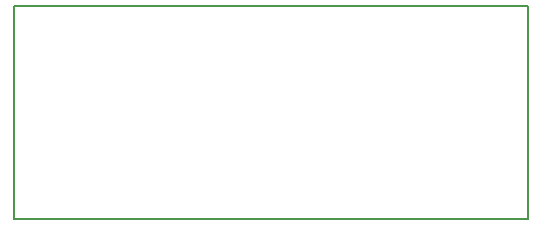
<source format=gko>
G04 ================== begin FILE IDENTIFICATION RECORD ==================*
G04 Layout Name:  transponderRC2_4-11.brd*
G04 Film Name:    Board_outline*
G04 File Format:  Gerber RS274X*
G04 File Origin:  Cadence Allegro 17.2-S042*
G04 Origin Date:  Thu Jan 24 18:04:02 2019*
G04 *
G04 Layer:  BOARD GEOMETRY/DESIGN_OUTLINE*
G04 Layer:  BOARD GEOMETRY/CUTOUT*
G04 *
G04 Offset:    (0.0000 0.0000)*
G04 Mirror:    No*
G04 Mode:      Positive*
G04 Rotation:  0*
G04 FullContactRelief:  No*
G04 UndefLineWidth:     0.1500*
G04 ================== end FILE IDENTIFICATION RECORD ====================*
%FSAX55Y55*MOMM*%
%IR0*IPPOS*OFA0.00000B0.00000*MIA0B0*SFA1.00000B1.00000*%
%ADD10C,.15*%
G75*
%LPD*%
G75*
G54D10*
G01X0Y0D02*
X0Y0001800000D01*
X-0004350000Y0001800000D01*
X-0004350000Y0D01*
X0Y0D01*
M02*

</source>
